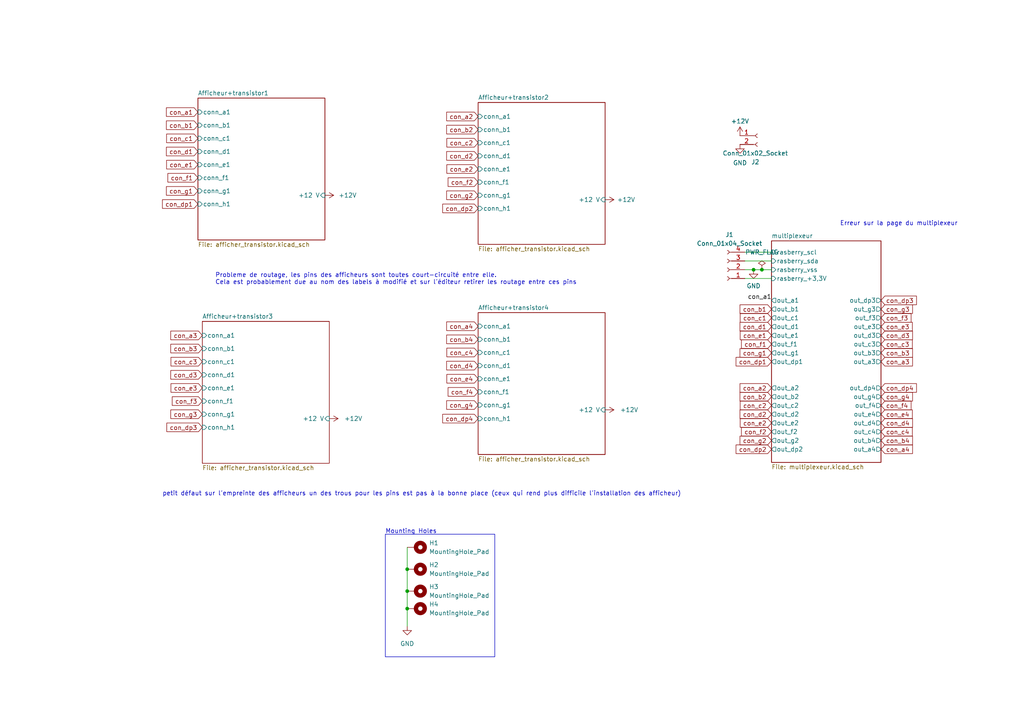
<source format=kicad_sch>
(kicad_sch (version 20230121) (generator eeschema)

  (uuid 7abbd530-c267-48d4-8b79-c30610b5de3c)

  (paper "A4")

  (title_block
    (title "controleur temps de parole")
    (company "ENSEA")
  )

  (lib_symbols
    (symbol "Connector:Conn_01x02_Socket" (pin_names (offset 1.016) hide) (in_bom yes) (on_board yes)
      (property "Reference" "J" (at 0 2.54 0)
        (effects (font (size 1.27 1.27)))
      )
      (property "Value" "Conn_01x02_Socket" (at 0 -5.08 0)
        (effects (font (size 1.27 1.27)))
      )
      (property "Footprint" "" (at 0 0 0)
        (effects (font (size 1.27 1.27)) hide)
      )
      (property "Datasheet" "~" (at 0 0 0)
        (effects (font (size 1.27 1.27)) hide)
      )
      (property "ki_locked" "" (at 0 0 0)
        (effects (font (size 1.27 1.27)))
      )
      (property "ki_keywords" "connector" (at 0 0 0)
        (effects (font (size 1.27 1.27)) hide)
      )
      (property "ki_description" "Generic connector, single row, 01x02, script generated" (at 0 0 0)
        (effects (font (size 1.27 1.27)) hide)
      )
      (property "ki_fp_filters" "Connector*:*_1x??_*" (at 0 0 0)
        (effects (font (size 1.27 1.27)) hide)
      )
      (symbol "Conn_01x02_Socket_1_1"
        (arc (start 0 -2.032) (mid -0.5058 -2.54) (end 0 -3.048)
          (stroke (width 0.1524) (type default))
          (fill (type none))
        )
        (polyline
          (pts
            (xy -1.27 -2.54)
            (xy -0.508 -2.54)
          )
          (stroke (width 0.1524) (type default))
          (fill (type none))
        )
        (polyline
          (pts
            (xy -1.27 0)
            (xy -0.508 0)
          )
          (stroke (width 0.1524) (type default))
          (fill (type none))
        )
        (arc (start 0 0.508) (mid -0.5058 0) (end 0 -0.508)
          (stroke (width 0.1524) (type default))
          (fill (type none))
        )
        (pin passive line (at -5.08 0 0) (length 3.81)
          (name "Pin_1" (effects (font (size 1.27 1.27))))
          (number "1" (effects (font (size 1.27 1.27))))
        )
        (pin passive line (at -5.08 -2.54 0) (length 3.81)
          (name "Pin_2" (effects (font (size 1.27 1.27))))
          (number "2" (effects (font (size 1.27 1.27))))
        )
      )
    )
    (symbol "Connector:Conn_01x04_Socket" (pin_names (offset 1.016) hide) (in_bom yes) (on_board yes)
      (property "Reference" "J" (at 0 5.08 0)
        (effects (font (size 1.27 1.27)))
      )
      (property "Value" "Conn_01x04_Socket" (at 0 -7.62 0)
        (effects (font (size 1.27 1.27)))
      )
      (property "Footprint" "" (at 0 0 0)
        (effects (font (size 1.27 1.27)) hide)
      )
      (property "Datasheet" "~" (at 0 0 0)
        (effects (font (size 1.27 1.27)) hide)
      )
      (property "ki_locked" "" (at 0 0 0)
        (effects (font (size 1.27 1.27)))
      )
      (property "ki_keywords" "connector" (at 0 0 0)
        (effects (font (size 1.27 1.27)) hide)
      )
      (property "ki_description" "Generic connector, single row, 01x04, script generated" (at 0 0 0)
        (effects (font (size 1.27 1.27)) hide)
      )
      (property "ki_fp_filters" "Connector*:*_1x??_*" (at 0 0 0)
        (effects (font (size 1.27 1.27)) hide)
      )
      (symbol "Conn_01x04_Socket_1_1"
        (arc (start 0 -4.572) (mid -0.5058 -5.08) (end 0 -5.588)
          (stroke (width 0.1524) (type default))
          (fill (type none))
        )
        (arc (start 0 -2.032) (mid -0.5058 -2.54) (end 0 -3.048)
          (stroke (width 0.1524) (type default))
          (fill (type none))
        )
        (polyline
          (pts
            (xy -1.27 -5.08)
            (xy -0.508 -5.08)
          )
          (stroke (width 0.1524) (type default))
          (fill (type none))
        )
        (polyline
          (pts
            (xy -1.27 -2.54)
            (xy -0.508 -2.54)
          )
          (stroke (width 0.1524) (type default))
          (fill (type none))
        )
        (polyline
          (pts
            (xy -1.27 0)
            (xy -0.508 0)
          )
          (stroke (width 0.1524) (type default))
          (fill (type none))
        )
        (polyline
          (pts
            (xy -1.27 2.54)
            (xy -0.508 2.54)
          )
          (stroke (width 0.1524) (type default))
          (fill (type none))
        )
        (arc (start 0 0.508) (mid -0.5058 0) (end 0 -0.508)
          (stroke (width 0.1524) (type default))
          (fill (type none))
        )
        (arc (start 0 3.048) (mid -0.5058 2.54) (end 0 2.032)
          (stroke (width 0.1524) (type default))
          (fill (type none))
        )
        (pin passive line (at -5.08 2.54 0) (length 3.81)
          (name "Pin_1" (effects (font (size 1.27 1.27))))
          (number "1" (effects (font (size 1.27 1.27))))
        )
        (pin passive line (at -5.08 0 0) (length 3.81)
          (name "Pin_2" (effects (font (size 1.27 1.27))))
          (number "2" (effects (font (size 1.27 1.27))))
        )
        (pin passive line (at -5.08 -2.54 0) (length 3.81)
          (name "Pin_3" (effects (font (size 1.27 1.27))))
          (number "3" (effects (font (size 1.27 1.27))))
        )
        (pin passive line (at -5.08 -5.08 0) (length 3.81)
          (name "Pin_4" (effects (font (size 1.27 1.27))))
          (number "4" (effects (font (size 1.27 1.27))))
        )
      )
    )
    (symbol "Mechanical:MountingHole_Pad" (pin_numbers hide) (pin_names (offset 1.016) hide) (in_bom yes) (on_board yes)
      (property "Reference" "H" (at 0 6.35 0)
        (effects (font (size 1.27 1.27)))
      )
      (property "Value" "MountingHole_Pad" (at 0 4.445 0)
        (effects (font (size 1.27 1.27)))
      )
      (property "Footprint" "" (at 0 0 0)
        (effects (font (size 1.27 1.27)) hide)
      )
      (property "Datasheet" "~" (at 0 0 0)
        (effects (font (size 1.27 1.27)) hide)
      )
      (property "ki_keywords" "mounting hole" (at 0 0 0)
        (effects (font (size 1.27 1.27)) hide)
      )
      (property "ki_description" "Mounting Hole with connection" (at 0 0 0)
        (effects (font (size 1.27 1.27)) hide)
      )
      (property "ki_fp_filters" "MountingHole*Pad*" (at 0 0 0)
        (effects (font (size 1.27 1.27)) hide)
      )
      (symbol "MountingHole_Pad_0_1"
        (circle (center 0 1.27) (radius 1.27)
          (stroke (width 1.27) (type default))
          (fill (type none))
        )
      )
      (symbol "MountingHole_Pad_1_1"
        (pin input line (at 0 -2.54 90) (length 2.54)
          (name "1" (effects (font (size 1.27 1.27))))
          (number "1" (effects (font (size 1.27 1.27))))
        )
      )
    )
    (symbol "power:+12V" (power) (pin_names (offset 0)) (in_bom yes) (on_board yes)
      (property "Reference" "#PWR" (at 0 -3.81 0)
        (effects (font (size 1.27 1.27)) hide)
      )
      (property "Value" "+12V" (at 0 3.556 0)
        (effects (font (size 1.27 1.27)))
      )
      (property "Footprint" "" (at 0 0 0)
        (effects (font (size 1.27 1.27)) hide)
      )
      (property "Datasheet" "" (at 0 0 0)
        (effects (font (size 1.27 1.27)) hide)
      )
      (property "ki_keywords" "global power" (at 0 0 0)
        (effects (font (size 1.27 1.27)) hide)
      )
      (property "ki_description" "Power symbol creates a global label with name \"+12V\"" (at 0 0 0)
        (effects (font (size 1.27 1.27)) hide)
      )
      (symbol "+12V_0_1"
        (polyline
          (pts
            (xy -0.762 1.27)
            (xy 0 2.54)
          )
          (stroke (width 0) (type default))
          (fill (type none))
        )
        (polyline
          (pts
            (xy 0 0)
            (xy 0 2.54)
          )
          (stroke (width 0) (type default))
          (fill (type none))
        )
        (polyline
          (pts
            (xy 0 2.54)
            (xy 0.762 1.27)
          )
          (stroke (width 0) (type default))
          (fill (type none))
        )
      )
      (symbol "+12V_1_1"
        (pin power_in line (at 0 0 90) (length 0) hide
          (name "+12V" (effects (font (size 1.27 1.27))))
          (number "1" (effects (font (size 1.27 1.27))))
        )
      )
    )
    (symbol "power:GND" (power) (pin_names (offset 0)) (in_bom yes) (on_board yes)
      (property "Reference" "#PWR" (at 0 -6.35 0)
        (effects (font (size 1.27 1.27)) hide)
      )
      (property "Value" "GND" (at 0 -3.81 0)
        (effects (font (size 1.27 1.27)))
      )
      (property "Footprint" "" (at 0 0 0)
        (effects (font (size 1.27 1.27)) hide)
      )
      (property "Datasheet" "" (at 0 0 0)
        (effects (font (size 1.27 1.27)) hide)
      )
      (property "ki_keywords" "global power" (at 0 0 0)
        (effects (font (size 1.27 1.27)) hide)
      )
      (property "ki_description" "Power symbol creates a global label with name \"GND\" , ground" (at 0 0 0)
        (effects (font (size 1.27 1.27)) hide)
      )
      (symbol "GND_0_1"
        (polyline
          (pts
            (xy 0 0)
            (xy 0 -1.27)
            (xy 1.27 -1.27)
            (xy 0 -2.54)
            (xy -1.27 -1.27)
            (xy 0 -1.27)
          )
          (stroke (width 0) (type default))
          (fill (type none))
        )
      )
      (symbol "GND_1_1"
        (pin power_in line (at 0 0 270) (length 0) hide
          (name "GND" (effects (font (size 1.27 1.27))))
          (number "1" (effects (font (size 1.27 1.27))))
        )
      )
    )
    (symbol "power:PWR_FLAG" (power) (pin_numbers hide) (pin_names (offset 0) hide) (in_bom yes) (on_board yes)
      (property "Reference" "#FLG" (at 0 1.905 0)
        (effects (font (size 1.27 1.27)) hide)
      )
      (property "Value" "PWR_FLAG" (at 0 3.81 0)
        (effects (font (size 1.27 1.27)))
      )
      (property "Footprint" "" (at 0 0 0)
        (effects (font (size 1.27 1.27)) hide)
      )
      (property "Datasheet" "~" (at 0 0 0)
        (effects (font (size 1.27 1.27)) hide)
      )
      (property "ki_keywords" "flag power" (at 0 0 0)
        (effects (font (size 1.27 1.27)) hide)
      )
      (property "ki_description" "Special symbol for telling ERC where power comes from" (at 0 0 0)
        (effects (font (size 1.27 1.27)) hide)
      )
      (symbol "PWR_FLAG_0_0"
        (pin power_out line (at 0 0 90) (length 0)
          (name "pwr" (effects (font (size 1.27 1.27))))
          (number "1" (effects (font (size 1.27 1.27))))
        )
      )
      (symbol "PWR_FLAG_0_1"
        (polyline
          (pts
            (xy 0 0)
            (xy 0 1.27)
            (xy -1.016 1.905)
            (xy 0 2.54)
            (xy 1.016 1.905)
            (xy 0 1.27)
          )
          (stroke (width 0) (type default))
          (fill (type none))
        )
      )
    )
  )

  (junction (at 220.98 78.232) (diameter 0) (color 0 0 0 0)
    (uuid 0b8ebb8a-f119-4b90-9209-85b422c61b28)
  )
  (junction (at 218.567 78.232) (diameter 0) (color 0 0 0 0)
    (uuid 2f81b071-8ad7-41f9-9c14-9ec08d0e4e94)
  )
  (junction (at 118.11 165.1) (diameter 0) (color 0 0 0 0)
    (uuid 694f81b2-9764-4de5-9da6-be0973586b83)
  )
  (junction (at 118.11 176.53) (diameter 0) (color 0 0 0 0)
    (uuid aa07ea9c-fad0-48f9-89b9-9c46bbf77e10)
  )
  (junction (at 118.11 171.45) (diameter 0) (color 0 0 0 0)
    (uuid d89dca6e-8f1d-4eb8-a35d-eda2112a7d9d)
  )

  (wire (pts (xy 216.027 73.152) (xy 223.774 73.152))
    (stroke (width 0) (type default))
    (uuid 04647e5f-2d91-4d20-8f4a-f2797a80ae47)
  )
  (wire (pts (xy 216.027 80.772) (xy 223.774 80.772))
    (stroke (width 0) (type default))
    (uuid 54b80483-adcd-4eb7-8784-973e6e588d47)
  )
  (wire (pts (xy 216.027 78.232) (xy 218.567 78.232))
    (stroke (width 0) (type default))
    (uuid 633d5129-a771-47b5-a7c7-e1483ca83090)
  )
  (wire (pts (xy 220.98 78.232) (xy 223.774 78.232))
    (stroke (width 0) (type default))
    (uuid 6f2663ff-9cd9-4eee-9b1e-cb1e5190c47f)
  )
  (wire (pts (xy 118.11 171.45) (xy 118.11 176.53))
    (stroke (width 0) (type default))
    (uuid 7d91968f-aed3-4164-8533-389a8aa85c4f)
  )
  (wire (pts (xy 118.11 165.1) (xy 118.11 171.45))
    (stroke (width 0) (type default))
    (uuid 8511e52b-d806-4b37-a6a8-60e2781824b4)
  )
  (wire (pts (xy 216.027 75.692) (xy 223.774 75.692))
    (stroke (width 0) (type default))
    (uuid 8dd4f869-3d46-4fee-9d0e-86a03731901f)
  )
  (wire (pts (xy 118.11 176.53) (xy 118.11 181.61))
    (stroke (width 0) (type default))
    (uuid 91d557ee-e7b8-452a-b063-71a4eea9612b)
  )
  (wire (pts (xy 118.11 158.75) (xy 118.11 165.1))
    (stroke (width 0) (type default))
    (uuid db25c2fd-3d18-45fd-b60d-de0b3563b687)
  )
  (wire (pts (xy 218.567 78.232) (xy 220.98 78.232))
    (stroke (width 0) (type default))
    (uuid e756b0c3-ac14-4590-923c-3b9e51bacb5a)
  )

  (rectangle (start 111.76 154.94) (end 143.51 190.5)
    (stroke (width 0) (type default))
    (fill (type none))
    (uuid 7d10474f-f31a-41a7-a65b-40e465baf2e0)
  )

  (text "petit défaut sur l'empreinte des afficheurs un des trous pour les pins est pas à la bonne place (ceux qui rend plus difficile l'installation des afficheur)"
    (at 47.0916 143.9926 0)
    (effects (font (size 1.27 1.27)) (justify left bottom))
    (uuid 13e4d248-f7af-4d05-bf2d-007a527e6894)
  )
  (text "Probleme de routage, les pins des afficheurs sont toutes court-circuité entre elle.\nCela est probablement due au nom des labels à modifié et sur l'éditeur retirer les routage entre ces pins"
    (at 62.4078 82.7024 0)
    (effects (font (size 1.27 1.27)) (justify left bottom))
    (uuid 1633ff8c-ae14-46ba-a015-00cf358ca8f5)
  )
  (text "Mounting Holes" (at 111.76 154.94 0)
    (effects (font (size 1.27 1.27)) (justify left bottom))
    (uuid 2a77e6ee-7ad8-4f6b-9f44-978e2acc5c0b)
  )
  (text "Erreur sur la page du multiplexeur" (at 243.6114 65.6336 0)
    (effects (font (size 1.27 1.27)) (justify left bottom))
    (uuid af118d5f-ac3e-40b8-a768-5de357694caa)
  )

  (label "con_a1" (at 223.774 87.122 180) (fields_autoplaced)
    (effects (font (size 1.27 1.27)) (justify right bottom))
    (uuid 6316aa1d-a4ff-43c9-bfa2-f457b6f0c477)
  )

  (global_label "con_c1" (shape input) (at 223.774 92.202 180) (fields_autoplaced)
    (effects (font (size 1.27 1.27)) (justify right))
    (uuid 0462a217-51a5-45a6-8f95-eef33c56bd14)
    (property "Intersheetrefs" "${INTERSHEET_REFS}" (at 214.1365 92.202 0)
      (effects (font (size 1.27 1.27)) (justify right) hide)
    )
  )
  (global_label "con_dp4" (shape input) (at 255.524 112.522 0) (fields_autoplaced)
    (effects (font (size 1.27 1.27)) (justify left))
    (uuid 05ca8cc0-93c9-45d3-bbc4-c37f77217226)
    (property "Intersheetrefs" "${INTERSHEET_REFS}" (at 266.3709 112.522 0)
      (effects (font (size 1.27 1.27)) (justify left) hide)
    )
  )
  (global_label "con_g3" (shape input) (at 58.674 120.142 180) (fields_autoplaced)
    (effects (font (size 1.27 1.27)) (justify right))
    (uuid 0dd7b9de-aa05-4708-b771-549f2223dacd)
    (property "Intersheetrefs" "${INTERSHEET_REFS}" (at 48.9761 120.142 0)
      (effects (font (size 1.27 1.27)) (justify right) hide)
    )
  )
  (global_label "con_dp2" (shape input) (at 138.684 60.452 180) (fields_autoplaced)
    (effects (font (size 1.27 1.27)) (justify right))
    (uuid 0f605ec4-6d27-40d0-aa5b-50d74ca0680e)
    (property "Intersheetrefs" "${INTERSHEET_REFS}" (at 127.8371 60.452 0)
      (effects (font (size 1.27 1.27)) (justify right) hide)
    )
  )
  (global_label "con_d2" (shape input) (at 138.684 45.212 180) (fields_autoplaced)
    (effects (font (size 1.27 1.27)) (justify right))
    (uuid 115ebf5e-f5c5-4673-af44-eb5c1faec8b2)
    (property "Intersheetrefs" "${INTERSHEET_REFS}" (at 128.9861 45.212 0)
      (effects (font (size 1.27 1.27)) (justify right) hide)
    )
  )
  (global_label "con_b3" (shape input) (at 58.674 101.092 180) (fields_autoplaced)
    (effects (font (size 1.27 1.27)) (justify right))
    (uuid 1bfbb8b1-d1f9-400d-a3fa-a4a2301682ac)
    (property "Intersheetrefs" "${INTERSHEET_REFS}" (at 48.9761 101.092 0)
      (effects (font (size 1.27 1.27)) (justify right) hide)
    )
  )
  (global_label "con_b4" (shape input) (at 255.524 127.762 0) (fields_autoplaced)
    (effects (font (size 1.27 1.27)) (justify left))
    (uuid 20071e0b-4d00-4a1e-9a49-6ac5a122315c)
    (property "Intersheetrefs" "${INTERSHEET_REFS}" (at 265.2219 127.762 0)
      (effects (font (size 1.27 1.27)) (justify left) hide)
    )
  )
  (global_label "con_c2" (shape input) (at 223.774 117.602 180) (fields_autoplaced)
    (effects (font (size 1.27 1.27)) (justify right))
    (uuid 226eef06-acf6-4422-b759-ddf32bea1d1d)
    (property "Intersheetrefs" "${INTERSHEET_REFS}" (at 214.1365 117.602 0)
      (effects (font (size 1.27 1.27)) (justify right) hide)
    )
  )
  (global_label "con_f2" (shape input) (at 223.774 125.222 180) (fields_autoplaced)
    (effects (font (size 1.27 1.27)) (justify right))
    (uuid 24f3595e-00f0-4682-9653-dbe6f118b472)
    (property "Intersheetrefs" "${INTERSHEET_REFS}" (at 214.4994 125.222 0)
      (effects (font (size 1.27 1.27)) (justify right) hide)
    )
  )
  (global_label "con_f3" (shape input) (at 58.674 116.332 180) (fields_autoplaced)
    (effects (font (size 1.27 1.27)) (justify right))
    (uuid 261e1436-dc83-4b7e-b05d-c65ace1acdc3)
    (property "Intersheetrefs" "${INTERSHEET_REFS}" (at 49.3994 116.332 0)
      (effects (font (size 1.27 1.27)) (justify right) hide)
    )
  )
  (global_label "con_dp3" (shape input) (at 255.524 87.122 0) (fields_autoplaced)
    (effects (font (size 1.27 1.27)) (justify left))
    (uuid 277aa53f-5821-4200-b50d-7a91fa1599b1)
    (property "Intersheetrefs" "${INTERSHEET_REFS}" (at 266.3709 87.122 0)
      (effects (font (size 1.27 1.27)) (justify left) hide)
    )
  )
  (global_label "con_d4" (shape input) (at 138.684 106.045 180) (fields_autoplaced)
    (effects (font (size 1.27 1.27)) (justify right))
    (uuid 27b204be-46b6-49e3-9ff9-c78b9813a471)
    (property "Intersheetrefs" "${INTERSHEET_REFS}" (at 128.9861 106.045 0)
      (effects (font (size 1.27 1.27)) (justify right) hide)
    )
  )
  (global_label "con_b2" (shape input) (at 138.684 37.592 180) (fields_autoplaced)
    (effects (font (size 1.27 1.27)) (justify right))
    (uuid 2a15d354-4c90-495b-b3ca-614899a3d587)
    (property "Intersheetrefs" "${INTERSHEET_REFS}" (at 128.9861 37.592 0)
      (effects (font (size 1.27 1.27)) (justify right) hide)
    )
  )
  (global_label "con_d1" (shape input) (at 57.404 43.942 180) (fields_autoplaced)
    (effects (font (size 1.27 1.27)) (justify right))
    (uuid 2d4876a0-859a-47ab-a4c5-f76cdc2ec390)
    (property "Intersheetrefs" "${INTERSHEET_REFS}" (at 47.7061 43.942 0)
      (effects (font (size 1.27 1.27)) (justify right) hide)
    )
  )
  (global_label "con_b2" (shape input) (at 223.774 115.062 180) (fields_autoplaced)
    (effects (font (size 1.27 1.27)) (justify right))
    (uuid 3008f235-d5da-4330-92ea-01cc734a9689)
    (property "Intersheetrefs" "${INTERSHEET_REFS}" (at 214.0761 115.062 0)
      (effects (font (size 1.27 1.27)) (justify right) hide)
    )
  )
  (global_label "con_a1" (shape input) (at 57.404 32.512 180) (fields_autoplaced)
    (effects (font (size 1.27 1.27)) (justify right))
    (uuid 3418a2da-2e64-4fde-bc64-29d4bd56a423)
    (property "Intersheetrefs" "${INTERSHEET_REFS}" (at 47.7061 32.512 0)
      (effects (font (size 1.27 1.27)) (justify right) hide)
    )
  )
  (global_label "con_f3" (shape input) (at 255.524 92.202 0) (fields_autoplaced)
    (effects (font (size 1.27 1.27)) (justify left))
    (uuid 35962c9a-42c9-4925-936e-407540d1303e)
    (property "Intersheetrefs" "${INTERSHEET_REFS}" (at 264.7986 92.202 0)
      (effects (font (size 1.27 1.27)) (justify left) hide)
    )
  )
  (global_label "con_f2" (shape input) (at 138.684 52.832 180) (fields_autoplaced)
    (effects (font (size 1.27 1.27)) (justify right))
    (uuid 3824f97f-321e-40e4-8a36-17275f9bb778)
    (property "Intersheetrefs" "${INTERSHEET_REFS}" (at 129.4094 52.832 0)
      (effects (font (size 1.27 1.27)) (justify right) hide)
    )
  )
  (global_label "con_d4" (shape input) (at 255.524 122.682 0) (fields_autoplaced)
    (effects (font (size 1.27 1.27)) (justify left))
    (uuid 3a3a9fb9-a390-457d-84ff-e90839ad7bb9)
    (property "Intersheetrefs" "${INTERSHEET_REFS}" (at 265.2219 122.682 0)
      (effects (font (size 1.27 1.27)) (justify left) hide)
    )
  )
  (global_label "con_e1" (shape input) (at 223.774 97.282 180) (fields_autoplaced)
    (effects (font (size 1.27 1.27)) (justify right))
    (uuid 3d921668-fe59-400e-be0f-2b2f8cc183a0)
    (property "Intersheetrefs" "${INTERSHEET_REFS}" (at 214.1365 97.282 0)
      (effects (font (size 1.27 1.27)) (justify right) hide)
    )
  )
  (global_label "con_c1" (shape input) (at 57.404 40.132 180) (fields_autoplaced)
    (effects (font (size 1.27 1.27)) (justify right))
    (uuid 41de5978-3df4-4a81-a70d-29900f7f4818)
    (property "Intersheetrefs" "${INTERSHEET_REFS}" (at 47.7665 40.132 0)
      (effects (font (size 1.27 1.27)) (justify right) hide)
    )
  )
  (global_label "con_g4" (shape input) (at 255.524 115.062 0) (fields_autoplaced)
    (effects (font (size 1.27 1.27)) (justify left))
    (uuid 42634974-9997-4358-90b4-bcce38fb2014)
    (property "Intersheetrefs" "${INTERSHEET_REFS}" (at 265.2219 115.062 0)
      (effects (font (size 1.27 1.27)) (justify left) hide)
    )
  )
  (global_label "con_f1" (shape input) (at 57.404 51.562 180) (fields_autoplaced)
    (effects (font (size 1.27 1.27)) (justify right))
    (uuid 4417e809-f905-4954-b314-b2fa44e78489)
    (property "Intersheetrefs" "${INTERSHEET_REFS}" (at 48.1294 51.562 0)
      (effects (font (size 1.27 1.27)) (justify right) hide)
    )
  )
  (global_label "con_d3" (shape input) (at 255.524 97.282 0) (fields_autoplaced)
    (effects (font (size 1.27 1.27)) (justify left))
    (uuid 4636dc6c-0ba2-4cde-8428-182aaffcd589)
    (property "Intersheetrefs" "${INTERSHEET_REFS}" (at 265.2219 97.282 0)
      (effects (font (size 1.27 1.27)) (justify left) hide)
    )
  )
  (global_label "con_g2" (shape input) (at 223.774 127.762 180) (fields_autoplaced)
    (effects (font (size 1.27 1.27)) (justify right))
    (uuid 4bf03d34-ef95-4111-ae1c-7fb051d805b7)
    (property "Intersheetrefs" "${INTERSHEET_REFS}" (at 214.0761 127.762 0)
      (effects (font (size 1.27 1.27)) (justify right) hide)
    )
  )
  (global_label "con_b3" (shape input) (at 255.524 102.362 0) (fields_autoplaced)
    (effects (font (size 1.27 1.27)) (justify left))
    (uuid 4dfe2b3e-9602-422d-905e-be052ec24efa)
    (property "Intersheetrefs" "${INTERSHEET_REFS}" (at 265.2219 102.362 0)
      (effects (font (size 1.27 1.27)) (justify left) hide)
    )
  )
  (global_label "con_d2" (shape input) (at 223.774 120.142 180) (fields_autoplaced)
    (effects (font (size 1.27 1.27)) (justify right))
    (uuid 56a8be2f-28c3-477b-b345-a9f70207340f)
    (property "Intersheetrefs" "${INTERSHEET_REFS}" (at 214.0761 120.142 0)
      (effects (font (size 1.27 1.27)) (justify right) hide)
    )
  )
  (global_label "con_e3" (shape input) (at 58.674 112.522 180) (fields_autoplaced)
    (effects (font (size 1.27 1.27)) (justify right))
    (uuid 70d70204-10ea-4026-96bc-8171b7d9c138)
    (property "Intersheetrefs" "${INTERSHEET_REFS}" (at 49.0365 112.522 0)
      (effects (font (size 1.27 1.27)) (justify right) hide)
    )
  )
  (global_label "con_c4" (shape input) (at 138.684 102.235 180) (fields_autoplaced)
    (effects (font (size 1.27 1.27)) (justify right))
    (uuid 72417c08-d6ad-4aed-9b5c-7a066a5991fe)
    (property "Intersheetrefs" "${INTERSHEET_REFS}" (at 129.0465 102.235 0)
      (effects (font (size 1.27 1.27)) (justify right) hide)
    )
  )
  (global_label "con_b1" (shape input) (at 57.404 36.322 180) (fields_autoplaced)
    (effects (font (size 1.27 1.27)) (justify right))
    (uuid 7fdbfaee-676b-429b-a95b-312b518832b1)
    (property "Intersheetrefs" "${INTERSHEET_REFS}" (at 47.7061 36.322 0)
      (effects (font (size 1.27 1.27)) (justify right) hide)
    )
  )
  (global_label "con_a3" (shape input) (at 255.524 104.902 0) (fields_autoplaced)
    (effects (font (size 1.27 1.27)) (justify left))
    (uuid 824952d5-f22f-42a2-8a79-929867ee249b)
    (property "Intersheetrefs" "${INTERSHEET_REFS}" (at 265.2219 104.902 0)
      (effects (font (size 1.27 1.27)) (justify left) hide)
    )
  )
  (global_label "con_e2" (shape input) (at 138.684 49.022 180) (fields_autoplaced)
    (effects (font (size 1.27 1.27)) (justify right))
    (uuid 8dc8ff13-332c-4a82-8803-16ebebcdf010)
    (property "Intersheetrefs" "${INTERSHEET_REFS}" (at 129.0465 49.022 0)
      (effects (font (size 1.27 1.27)) (justify right) hide)
    )
  )
  (global_label "con_g1" (shape input) (at 223.774 102.362 180) (fields_autoplaced)
    (effects (font (size 1.27 1.27)) (justify right))
    (uuid 8ddfd103-df66-4999-8709-2f4084633fc0)
    (property "Intersheetrefs" "${INTERSHEET_REFS}" (at 214.0761 102.362 0)
      (effects (font (size 1.27 1.27)) (justify right) hide)
    )
  )
  (global_label "con_dp1" (shape input) (at 223.774 104.902 180) (fields_autoplaced)
    (effects (font (size 1.27 1.27)) (justify right))
    (uuid 9d36ae99-e0dd-404f-b08e-65ccb21caed9)
    (property "Intersheetrefs" "${INTERSHEET_REFS}" (at 212.9271 104.902 0)
      (effects (font (size 1.27 1.27)) (justify right) hide)
    )
  )
  (global_label "con_dp1" (shape input) (at 57.404 59.182 180) (fields_autoplaced)
    (effects (font (size 1.27 1.27)) (justify right))
    (uuid aa9013d4-fa1c-4e30-adff-22cda093f3f7)
    (property "Intersheetrefs" "${INTERSHEET_REFS}" (at 46.5571 59.182 0)
      (effects (font (size 1.27 1.27)) (justify right) hide)
    )
  )
  (global_label "con_f4" (shape input) (at 255.524 117.602 0) (fields_autoplaced)
    (effects (font (size 1.27 1.27)) (justify left))
    (uuid adfa28ea-11b8-4215-9d49-fb15db6f0623)
    (property "Intersheetrefs" "${INTERSHEET_REFS}" (at 264.7986 117.602 0)
      (effects (font (size 1.27 1.27)) (justify left) hide)
    )
  )
  (global_label "con_e4" (shape input) (at 255.524 120.142 0) (fields_autoplaced)
    (effects (font (size 1.27 1.27)) (justify left))
    (uuid ae248735-7096-47ba-9458-0b8644d0ffe6)
    (property "Intersheetrefs" "${INTERSHEET_REFS}" (at 265.1615 120.142 0)
      (effects (font (size 1.27 1.27)) (justify left) hide)
    )
  )
  (global_label "con_g4" (shape input) (at 138.684 117.475 180) (fields_autoplaced)
    (effects (font (size 1.27 1.27)) (justify right))
    (uuid ae344767-513a-40a3-9a44-810b5f514e8f)
    (property "Intersheetrefs" "${INTERSHEET_REFS}" (at 128.9861 117.475 0)
      (effects (font (size 1.27 1.27)) (justify right) hide)
    )
  )
  (global_label "con_e3" (shape input) (at 255.524 94.742 0) (fields_autoplaced)
    (effects (font (size 1.27 1.27)) (justify left))
    (uuid afb547b0-fe61-4cfe-a4d6-857e83272527)
    (property "Intersheetrefs" "${INTERSHEET_REFS}" (at 265.1615 94.742 0)
      (effects (font (size 1.27 1.27)) (justify left) hide)
    )
  )
  (global_label "con_g1" (shape input) (at 57.404 55.372 180) (fields_autoplaced)
    (effects (font (size 1.27 1.27)) (justify right))
    (uuid b0de42e7-270b-4468-81af-faa8346e8c58)
    (property "Intersheetrefs" "${INTERSHEET_REFS}" (at 47.7061 55.372 0)
      (effects (font (size 1.27 1.27)) (justify right) hide)
    )
  )
  (global_label "con_a2" (shape input) (at 223.774 112.522 180) (fields_autoplaced)
    (effects (font (size 1.27 1.27)) (justify right))
    (uuid b832830e-2d93-45c8-a886-0418561b2914)
    (property "Intersheetrefs" "${INTERSHEET_REFS}" (at 214.0761 112.522 0)
      (effects (font (size 1.27 1.27)) (justify right) hide)
    )
  )
  (global_label "con_dp2" (shape input) (at 223.774 130.302 180) (fields_autoplaced)
    (effects (font (size 1.27 1.27)) (justify right))
    (uuid c2375e9b-03ef-4c8e-911c-ab6d94aac5dd)
    (property "Intersheetrefs" "${INTERSHEET_REFS}" (at 212.9271 130.302 0)
      (effects (font (size 1.27 1.27)) (justify right) hide)
    )
  )
  (global_label "con_a4" (shape input) (at 138.684 94.615 180) (fields_autoplaced)
    (effects (font (size 1.27 1.27)) (justify right))
    (uuid c2bcab1c-dc22-4477-97a3-a69f98ea8db9)
    (property "Intersheetrefs" "${INTERSHEET_REFS}" (at 128.9861 94.615 0)
      (effects (font (size 1.27 1.27)) (justify right) hide)
    )
  )
  (global_label "con_b4" (shape input) (at 138.684 98.425 180) (fields_autoplaced)
    (effects (font (size 1.27 1.27)) (justify right))
    (uuid c30f824f-7327-48f6-a20a-e1db02369a9b)
    (property "Intersheetrefs" "${INTERSHEET_REFS}" (at 128.9861 98.425 0)
      (effects (font (size 1.27 1.27)) (justify right) hide)
    )
  )
  (global_label "con_c3" (shape input) (at 58.674 104.902 180) (fields_autoplaced)
    (effects (font (size 1.27 1.27)) (justify right))
    (uuid c87be51b-9649-4d91-9a1a-83f2a4e2f881)
    (property "Intersheetrefs" "${INTERSHEET_REFS}" (at 49.0365 104.902 0)
      (effects (font (size 1.27 1.27)) (justify right) hide)
    )
  )
  (global_label "con_c2" (shape input) (at 138.684 41.402 180) (fields_autoplaced)
    (effects (font (size 1.27 1.27)) (justify right))
    (uuid cbd6747d-cd63-4f7c-ac0e-ceb2b3110d68)
    (property "Intersheetrefs" "${INTERSHEET_REFS}" (at 129.0465 41.402 0)
      (effects (font (size 1.27 1.27)) (justify right) hide)
    )
  )
  (global_label "con_c4" (shape input) (at 255.524 125.222 0) (fields_autoplaced)
    (effects (font (size 1.27 1.27)) (justify left))
    (uuid ccc3e22d-9033-4cc4-b0a0-a2b13078097c)
    (property "Intersheetrefs" "${INTERSHEET_REFS}" (at 265.1615 125.222 0)
      (effects (font (size 1.27 1.27)) (justify left) hide)
    )
  )
  (global_label "con_g2" (shape input) (at 138.684 56.642 180) (fields_autoplaced)
    (effects (font (size 1.27 1.27)) (justify right))
    (uuid cf6f4769-0abe-4f85-8fff-8f3f0db2eaf7)
    (property "Intersheetrefs" "${INTERSHEET_REFS}" (at 128.9861 56.642 0)
      (effects (font (size 1.27 1.27)) (justify right) hide)
    )
  )
  (global_label "con_e4" (shape input) (at 138.684 109.855 180) (fields_autoplaced)
    (effects (font (size 1.27 1.27)) (justify right))
    (uuid d0852a20-c6df-4eb4-ae16-23bb0df0b5c8)
    (property "Intersheetrefs" "${INTERSHEET_REFS}" (at 129.0465 109.855 0)
      (effects (font (size 1.27 1.27)) (justify right) hide)
    )
  )
  (global_label "con_c3" (shape input) (at 255.524 99.822 0) (fields_autoplaced)
    (effects (font (size 1.27 1.27)) (justify left))
    (uuid dde7eb97-edb4-4756-9651-415cabbceaec)
    (property "Intersheetrefs" "${INTERSHEET_REFS}" (at 265.1615 99.822 0)
      (effects (font (size 1.27 1.27)) (justify left) hide)
    )
  )
  (global_label "con_b1" (shape input) (at 223.774 89.662 180) (fields_autoplaced)
    (effects (font (size 1.27 1.27)) (justify right))
    (uuid e08ded47-04a3-4dac-8402-8d98c4cebb1e)
    (property "Intersheetrefs" "${INTERSHEET_REFS}" (at 214.0761 89.662 0)
      (effects (font (size 1.27 1.27)) (justify right) hide)
    )
  )
  (global_label "con_dp4" (shape input) (at 138.684 121.412 180) (fields_autoplaced)
    (effects (font (size 1.27 1.27)) (justify right))
    (uuid e1f577e3-6f8e-4d06-9ad8-2fa1f77f2b55)
    (property "Intersheetrefs" "${INTERSHEET_REFS}" (at 127.8371 121.412 0)
      (effects (font (size 1.27 1.27)) (justify right) hide)
    )
  )
  (global_label "con_a4" (shape input) (at 255.524 130.302 0) (fields_autoplaced)
    (effects (font (size 1.27 1.27)) (justify left))
    (uuid e68d38d3-cd18-48e7-a443-715ab8349620)
    (property "Intersheetrefs" "${INTERSHEET_REFS}" (at 265.2219 130.302 0)
      (effects (font (size 1.27 1.27)) (justify left) hide)
    )
  )
  (global_label "con_e2" (shape input) (at 223.774 122.682 180) (fields_autoplaced)
    (effects (font (size 1.27 1.27)) (justify right))
    (uuid e751da4f-5c64-4a43-9020-85cc57e06b68)
    (property "Intersheetrefs" "${INTERSHEET_REFS}" (at 214.1365 122.682 0)
      (effects (font (size 1.27 1.27)) (justify right) hide)
    )
  )
  (global_label "con_e1" (shape input) (at 57.404 47.752 180) (fields_autoplaced)
    (effects (font (size 1.27 1.27)) (justify right))
    (uuid e921de46-311c-4025-adec-cbd4bc8d3ec7)
    (property "Intersheetrefs" "${INTERSHEET_REFS}" (at 47.7665 47.752 0)
      (effects (font (size 1.27 1.27)) (justify right) hide)
    )
  )
  (global_label "con_a2" (shape input) (at 138.684 33.782 180) (fields_autoplaced)
    (effects (font (size 1.27 1.27)) (justify right))
    (uuid edb145aa-e41a-4f6d-89ab-680a2dcf1efc)
    (property "Intersheetrefs" "${INTERSHEET_REFS}" (at 128.9861 33.782 0)
      (effects (font (size 1.27 1.27)) (justify right) hide)
    )
  )
  (global_label "con_a3" (shape input) (at 58.674 97.282 180) (fields_autoplaced)
    (effects (font (size 1.27 1.27)) (justify right))
    (uuid edff808a-a85a-472f-8b7f-acbfea21a486)
    (property "Intersheetrefs" "${INTERSHEET_REFS}" (at 48.9761 97.282 0)
      (effects (font (size 1.27 1.27)) (justify right) hide)
    )
  )
  (global_label "con_d3" (shape input) (at 58.674 108.712 180) (fields_autoplaced)
    (effects (font (size 1.27 1.27)) (justify right))
    (uuid ee77b1aa-76ae-49c4-9e22-1dd0d7a6539b)
    (property "Intersheetrefs" "${INTERSHEET_REFS}" (at 48.9761 108.712 0)
      (effects (font (size 1.27 1.27)) (justify right) hide)
    )
  )
  (global_label "con_d1" (shape input) (at 223.774 94.742 180) (fields_autoplaced)
    (effects (font (size 1.27 1.27)) (justify right))
    (uuid f44c0ffc-530f-4822-b0ab-297816b8716c)
    (property "Intersheetrefs" "${INTERSHEET_REFS}" (at 214.0761 94.742 0)
      (effects (font (size 1.27 1.27)) (justify right) hide)
    )
  )
  (global_label "con_g3" (shape input) (at 255.524 89.662 0) (fields_autoplaced)
    (effects (font (size 1.27 1.27)) (justify left))
    (uuid f9a3c5c0-4f47-4dc7-83af-02e12cb53af7)
    (property "Intersheetrefs" "${INTERSHEET_REFS}" (at 265.2219 89.662 0)
      (effects (font (size 1.27 1.27)) (justify left) hide)
    )
  )
  (global_label "con_f1" (shape input) (at 223.774 99.822 180) (fields_autoplaced)
    (effects (font (size 1.27 1.27)) (justify right))
    (uuid fbc844e8-cd50-437f-9c72-3c115bef0efc)
    (property "Intersheetrefs" "${INTERSHEET_REFS}" (at 214.4994 99.822 0)
      (effects (font (size 1.27 1.27)) (justify right) hide)
    )
  )
  (global_label "con_dp3" (shape input) (at 58.674 123.952 180) (fields_autoplaced)
    (effects (font (size 1.27 1.27)) (justify right))
    (uuid fdd3ff02-7ae6-4d34-872a-46f25424cf98)
    (property "Intersheetrefs" "${INTERSHEET_REFS}" (at 47.8271 123.952 0)
      (effects (font (size 1.27 1.27)) (justify right) hide)
    )
  )
  (global_label "con_f4" (shape input) (at 138.684 113.665 180) (fields_autoplaced)
    (effects (font (size 1.27 1.27)) (justify right))
    (uuid ff4bf5c8-cc6d-4e36-ad0d-873f0d6fcdd3)
    (property "Intersheetrefs" "${INTERSHEET_REFS}" (at 129.4094 113.665 0)
      (effects (font (size 1.27 1.27)) (justify right) hide)
    )
  )

  (symbol (lib_id "power:+12V") (at 214.63 39.37 0) (unit 1)
    (in_bom yes) (on_board yes) (dnp no) (fields_autoplaced)
    (uuid 0cf54378-874d-4f84-8c38-51d99e8b95e3)
    (property "Reference" "#PWR05" (at 214.63 43.18 0)
      (effects (font (size 1.27 1.27)) hide)
    )
    (property "Value" "+12V" (at 214.63 35.1675 0)
      (effects (font (size 1.27 1.27)))
    )
    (property "Footprint" "" (at 214.63 39.37 0)
      (effects (font (size 1.27 1.27)) hide)
    )
    (property "Datasheet" "" (at 214.63 39.37 0)
      (effects (font (size 1.27 1.27)) hide)
    )
    (pin "1" (uuid ce43cb23-164c-4d24-bcfc-f91549d80c93))
    (instances
      (project "Afficheur7seg"
        (path "/7abbd530-c267-48d4-8b79-c30610b5de3c"
          (reference "#PWR05") (unit 1)
        )
      )
    )
  )

  (symbol (lib_id "power:GND") (at 118.11 181.61 0) (unit 1)
    (in_bom yes) (on_board yes) (dnp no) (fields_autoplaced)
    (uuid 16daebb9-d669-4b74-8441-009fb8f88b94)
    (property "Reference" "#PWR046" (at 118.11 187.96 0)
      (effects (font (size 1.27 1.27)) hide)
    )
    (property "Value" "GND" (at 118.11 186.69 0)
      (effects (font (size 1.27 1.27)))
    )
    (property "Footprint" "" (at 118.11 181.61 0)
      (effects (font (size 1.27 1.27)) hide)
    )
    (property "Datasheet" "" (at 118.11 181.61 0)
      (effects (font (size 1.27 1.27)) hide)
    )
    (pin "1" (uuid f316e40b-aa7d-492a-91bd-e48fc47f139e))
    (instances
      (project "Afficheur7seg"
        (path "/7abbd530-c267-48d4-8b79-c30610b5de3c"
          (reference "#PWR046") (unit 1)
        )
      )
    )
  )

  (symbol (lib_id "Mechanical:MountingHole_Pad") (at 120.65 171.45 270) (unit 1)
    (in_bom yes) (on_board yes) (dnp no) (fields_autoplaced)
    (uuid 17a3b354-cb76-49d2-8057-e8c171d906d4)
    (property "Reference" "H3" (at 124.46 170.18 90)
      (effects (font (size 1.27 1.27)) (justify left))
    )
    (property "Value" "MountingHole_Pad" (at 124.46 172.72 90)
      (effects (font (size 1.27 1.27)) (justify left))
    )
    (property "Footprint" "MountingHole:MountingHole_3.2mm_M3_DIN965_Pad" (at 120.65 171.45 0)
      (effects (font (size 1.27 1.27)) hide)
    )
    (property "Datasheet" "~" (at 120.65 171.45 0)
      (effects (font (size 1.27 1.27)) hide)
    )
    (pin "1" (uuid 6c4e3e05-a7fd-447d-b344-ae4a0ca90677))
    (instances
      (project "Afficheur7seg"
        (path "/7abbd530-c267-48d4-8b79-c30610b5de3c"
          (reference "H3") (unit 1)
        )
      )
    )
  )

  (symbol (lib_id "power:GND") (at 214.63 41.91 0) (unit 1)
    (in_bom yes) (on_board yes) (dnp no) (fields_autoplaced)
    (uuid 276fdd04-c9c4-4858-bb63-e5b48ce6fbe3)
    (property "Reference" "#PWR06" (at 214.63 48.26 0)
      (effects (font (size 1.27 1.27)) hide)
    )
    (property "Value" "GND" (at 214.63 47.244 0)
      (effects (font (size 1.27 1.27)))
    )
    (property "Footprint" "" (at 214.63 41.91 0)
      (effects (font (size 1.27 1.27)) hide)
    )
    (property "Datasheet" "" (at 214.63 41.91 0)
      (effects (font (size 1.27 1.27)) hide)
    )
    (pin "1" (uuid f86cea6d-b561-4df3-aca3-018b129da42f))
    (instances
      (project "Afficheur7seg"
        (path "/7abbd530-c267-48d4-8b79-c30610b5de3c"
          (reference "#PWR06") (unit 1)
        )
      )
    )
  )

  (symbol (lib_id "Mechanical:MountingHole_Pad") (at 120.65 158.75 270) (unit 1)
    (in_bom yes) (on_board yes) (dnp no) (fields_autoplaced)
    (uuid 376a62b9-fa0f-4638-b4d1-08c84be13e9b)
    (property "Reference" "H1" (at 124.46 157.48 90)
      (effects (font (size 1.27 1.27)) (justify left))
    )
    (property "Value" "MountingHole_Pad" (at 124.46 160.02 90)
      (effects (font (size 1.27 1.27)) (justify left))
    )
    (property "Footprint" "MountingHole:MountingHole_3.2mm_M3_DIN965_Pad" (at 120.65 158.75 0)
      (effects (font (size 1.27 1.27)) hide)
    )
    (property "Datasheet" "~" (at 120.65 158.75 0)
      (effects (font (size 1.27 1.27)) hide)
    )
    (pin "1" (uuid fea37cff-5e55-4b4f-a8ae-4069d1f507b9))
    (instances
      (project "Afficheur7seg"
        (path "/7abbd530-c267-48d4-8b79-c30610b5de3c"
          (reference "H1") (unit 1)
        )
      )
    )
  )

  (symbol (lib_id "Mechanical:MountingHole_Pad") (at 120.65 165.1 270) (unit 1)
    (in_bom yes) (on_board yes) (dnp no) (fields_autoplaced)
    (uuid 60b2c635-c406-4c2d-92e7-d17f383ef43b)
    (property "Reference" "H2" (at 124.46 163.83 90)
      (effects (font (size 1.27 1.27)) (justify left))
    )
    (property "Value" "MountingHole_Pad" (at 124.46 166.37 90)
      (effects (font (size 1.27 1.27)) (justify left))
    )
    (property "Footprint" "MountingHole:MountingHole_3.2mm_M3_DIN965_Pad" (at 120.65 165.1 0)
      (effects (font (size 1.27 1.27)) hide)
    )
    (property "Datasheet" "~" (at 120.65 165.1 0)
      (effects (font (size 1.27 1.27)) hide)
    )
    (pin "1" (uuid fb298cd5-3f16-4c68-abd7-70b729ac334d))
    (instances
      (project "Afficheur7seg"
        (path "/7abbd530-c267-48d4-8b79-c30610b5de3c"
          (reference "H2") (unit 1)
        )
      )
    )
  )

  (symbol (lib_id "Connector:Conn_01x02_Socket") (at 219.71 39.37 0) (unit 1)
    (in_bom yes) (on_board yes) (dnp no) (fields_autoplaced)
    (uuid 714269a1-a976-43e2-ac40-aaeaedc7f47c)
    (property "Reference" "J2" (at 219.075 46.99 0)
      (effects (font (size 1.27 1.27)))
    )
    (property "Value" "Conn_01x02_Socket" (at 219.075 44.45 0)
      (effects (font (size 1.27 1.27)))
    )
    (property "Footprint" "Connector_JST:JST_XH_B2B-XH-A_1x02_P2.50mm_Vertical" (at 219.71 39.37 0)
      (effects (font (size 1.27 1.27)) hide)
    )
    (property "Datasheet" "~" (at 219.71 39.37 0)
      (effects (font (size 1.27 1.27)) hide)
    )
    (pin "2" (uuid f1b5811d-248e-4e76-898d-f0ab5ae665ea))
    (pin "1" (uuid affbd044-beb7-4a47-9e0e-fa278f66f14c))
    (instances
      (project "Afficheur7seg"
        (path "/7abbd530-c267-48d4-8b79-c30610b5de3c"
          (reference "J2") (unit 1)
        )
      )
    )
  )

  (symbol (lib_id "power:+12V") (at 175.514 57.912 270) (unit 1)
    (in_bom yes) (on_board yes) (dnp no) (fields_autoplaced)
    (uuid 83e5b8f8-984b-468d-a75d-f8e8f73a87be)
    (property "Reference" "#PWR03" (at 171.704 57.912 0)
      (effects (font (size 1.27 1.27)) hide)
    )
    (property "Value" "+12V" (at 178.943 57.912 90)
      (effects (font (size 1.27 1.27)) (justify left))
    )
    (property "Footprint" "" (at 175.514 57.912 0)
      (effects (font (size 1.27 1.27)) hide)
    )
    (property "Datasheet" "" (at 175.514 57.912 0)
      (effects (font (size 1.27 1.27)) hide)
    )
    (pin "1" (uuid c708bad7-78e5-4ff9-8dc2-c8a5197aa221))
    (instances
      (project "Afficheur7seg"
        (path "/7abbd530-c267-48d4-8b79-c30610b5de3c"
          (reference "#PWR03") (unit 1)
        )
      )
    )
  )

  (symbol (lib_id "Mechanical:MountingHole_Pad") (at 120.65 176.53 270) (unit 1)
    (in_bom yes) (on_board yes) (dnp no) (fields_autoplaced)
    (uuid 9c1d8e4a-070c-4ecf-b612-431ab76caffe)
    (property "Reference" "H4" (at 124.46 175.26 90)
      (effects (font (size 1.27 1.27)) (justify left))
    )
    (property "Value" "MountingHole_Pad" (at 124.46 177.8 90)
      (effects (font (size 1.27 1.27)) (justify left))
    )
    (property "Footprint" "MountingHole:MountingHole_3.2mm_M3_DIN965_Pad" (at 120.65 176.53 0)
      (effects (font (size 1.27 1.27)) hide)
    )
    (property "Datasheet" "~" (at 120.65 176.53 0)
      (effects (font (size 1.27 1.27)) hide)
    )
    (pin "1" (uuid 21468739-510a-4d0e-a601-56eace943091))
    (instances
      (project "Afficheur7seg"
        (path "/7abbd530-c267-48d4-8b79-c30610b5de3c"
          (reference "H4") (unit 1)
        )
      )
    )
  )

  (symbol (lib_id "power:PWR_FLAG") (at 220.98 78.232 0) (unit 1)
    (in_bom yes) (on_board yes) (dnp no) (fields_autoplaced)
    (uuid 9ff616ef-e741-4b8a-ae0d-5189328035b8)
    (property "Reference" "#FLG01" (at 220.98 76.327 0)
      (effects (font (size 1.27 1.27)) hide)
    )
    (property "Value" "PWR_FLAG" (at 220.98 73.152 0)
      (effects (font (size 1.27 1.27)))
    )
    (property "Footprint" "" (at 220.98 78.232 0)
      (effects (font (size 1.27 1.27)) hide)
    )
    (property "Datasheet" "~" (at 220.98 78.232 0)
      (effects (font (size 1.27 1.27)) hide)
    )
    (pin "1" (uuid 5020a595-1625-4c00-beb5-21499231b1cb))
    (instances
      (project "Afficheur7seg"
        (path "/7abbd530-c267-48d4-8b79-c30610b5de3c"
          (reference "#FLG01") (unit 1)
        )
      )
    )
  )

  (symbol (lib_id "power:GND") (at 218.567 78.232 0) (unit 1)
    (in_bom yes) (on_board yes) (dnp no) (fields_autoplaced)
    (uuid b1f2f7b0-ba06-4408-b2fc-d49f9fdb31bf)
    (property "Reference" "#PWR07" (at 218.567 84.582 0)
      (effects (font (size 1.27 1.27)) hide)
    )
    (property "Value" "GND" (at 218.567 82.931 0)
      (effects (font (size 1.27 1.27)))
    )
    (property "Footprint" "" (at 218.567 78.232 0)
      (effects (font (size 1.27 1.27)) hide)
    )
    (property "Datasheet" "" (at 218.567 78.232 0)
      (effects (font (size 1.27 1.27)) hide)
    )
    (pin "1" (uuid ae854d35-bc87-498e-b6da-392e7c6cf207))
    (instances
      (project "Afficheur7seg"
        (path "/7abbd530-c267-48d4-8b79-c30610b5de3c"
          (reference "#PWR07") (unit 1)
        )
      )
    )
  )

  (symbol (lib_id "power:+12V") (at 95.504 121.412 270) (unit 1)
    (in_bom yes) (on_board yes) (dnp no) (fields_autoplaced)
    (uuid b4192577-78f7-4163-9eb6-6434716627f6)
    (property "Reference" "#PWR01" (at 91.694 121.412 0)
      (effects (font (size 1.27 1.27)) hide)
    )
    (property "Value" "+12V" (at 99.822 121.412 90)
      (effects (font (size 1.27 1.27)) (justify left))
    )
    (property "Footprint" "" (at 95.504 121.412 0)
      (effects (font (size 1.27 1.27)) hide)
    )
    (property "Datasheet" "" (at 95.504 121.412 0)
      (effects (font (size 1.27 1.27)) hide)
    )
    (pin "1" (uuid 65f5e40d-79f4-458e-87b6-a1bf2e659e07))
    (instances
      (project "Afficheur7seg"
        (path "/7abbd530-c267-48d4-8b79-c30610b5de3c"
          (reference "#PWR01") (unit 1)
        )
      )
    )
  )

  (symbol (lib_id "power:+12V") (at 175.514 118.872 270) (unit 1)
    (in_bom yes) (on_board yes) (dnp no) (fields_autoplaced)
    (uuid c7662291-05f1-47f4-a757-d4211d76f066)
    (property "Reference" "#PWR04" (at 171.704 118.872 0)
      (effects (font (size 1.27 1.27)) hide)
    )
    (property "Value" "+12V" (at 179.832 118.872 90)
      (effects (font (size 1.27 1.27)) (justify left))
    )
    (property "Footprint" "" (at 175.514 118.872 0)
      (effects (font (size 1.27 1.27)) hide)
    )
    (property "Datasheet" "" (at 175.514 118.872 0)
      (effects (font (size 1.27 1.27)) hide)
    )
    (pin "1" (uuid 36ae8674-307f-4314-8a58-f91d2f539413))
    (instances
      (project "Afficheur7seg"
        (path "/7abbd530-c267-48d4-8b79-c30610b5de3c"
          (reference "#PWR04") (unit 1)
        )
      )
    )
  )

  (symbol (lib_id "Connector:Conn_01x04_Socket") (at 210.947 78.232 180) (unit 1)
    (in_bom yes) (on_board yes) (dnp no) (fields_autoplaced)
    (uuid d1aa7a34-b440-4f3f-8d5b-ebe101af38cd)
    (property "Reference" "J1" (at 211.582 68.072 0)
      (effects (font (size 1.27 1.27)))
    )
    (property "Value" "Conn_01x04_Socket" (at 211.582 70.612 0)
      (effects (font (size 1.27 1.27)))
    )
    (property "Footprint" "Connector_JST:JST_XH_B4B-XH-A_1x04_P2.50mm_Vertical" (at 210.947 78.232 0)
      (effects (font (size 1.27 1.27)) hide)
    )
    (property "Datasheet" "~" (at 210.947 78.232 0)
      (effects (font (size 1.27 1.27)) hide)
    )
    (pin "4" (uuid 2c5c10fa-a745-41e4-bc5a-fa1d5aeae0f3))
    (pin "3" (uuid 0ffb52b8-4194-48ce-b6a5-a3b57111e4b7))
    (pin "1" (uuid 61177456-860c-4508-84d4-ee86211f4929))
    (pin "2" (uuid d0c6bc9f-6ad7-4211-ac31-dde23861488e))
    (instances
      (project "Afficheur7seg"
        (path "/7abbd530-c267-48d4-8b79-c30610b5de3c"
          (reference "J1") (unit 1)
        )
      )
    )
  )

  (symbol (lib_id "power:+12V") (at 94.234 56.642 270) (unit 1)
    (in_bom yes) (on_board yes) (dnp no) (fields_autoplaced)
    (uuid d52637ca-a2e7-43c8-a9bd-9938594e678a)
    (property "Reference" "#PWR02" (at 90.424 56.642 0)
      (effects (font (size 1.27 1.27)) hide)
    )
    (property "Value" "+12V" (at 98.171 56.642 90)
      (effects (font (size 1.27 1.27)) (justify left))
    )
    (property "Footprint" "" (at 94.234 56.642 0)
      (effects (font (size 1.27 1.27)) hide)
    )
    (property "Datasheet" "" (at 94.234 56.642 0)
      (effects (font (size 1.27 1.27)) hide)
    )
    (pin "1" (uuid 8176280c-fcf3-4053-ba6e-0eb6e36e63a5))
    (instances
      (project "Afficheur7seg"
        (path "/7abbd530-c267-48d4-8b79-c30610b5de3c"
          (reference "#PWR02") (unit 1)
        )
      )
    )
  )

  (sheet (at 57.404 28.448) (size 36.83 41.148) (fields_autoplaced)
    (stroke (width 0.1524) (type solid))
    (fill (color 0 0 0 0.0000))
    (uuid 1ecd3a07-7b2e-4e21-bf5d-72756b8d4e9c)
    (property "Sheetname" "Afficheur+transistor1" (at 57.404 27.7364 0)
      (effects (font (size 1.27 1.27)) (justify left bottom))
    )
    (property "Sheetfile" "afficher_transistor.kicad_sch" (at 57.404 70.1806 0)
      (effects (font (size 1.27 1.27)) (justify left top))
    )
    (pin "+12 V" input (at 94.234 56.642 0)
      (effects (font (size 1.27 1.27)) (justify right))
      (uuid 0fb104a9-48ad-4ae6-a810-ca0d6ab4091b)
    )
    (pin "conn_f1" input (at 57.404 51.562 180)
      (effects (font (size 1.27 1.27)) (justify left))
      (uuid 6b656c9c-5ff1-4080-aa95-413a9df23b98)
    )
    (pin "conn_c1" input (at 57.404 40.132 180)
      (effects (font (size 1.27 1.27)) (justify left))
      (uuid 9e2bdef0-b35b-4c7d-86cc-fe435e2e78d7)
    )
    (pin "conn_d1" input (at 57.404 43.942 180)
      (effects (font (size 1.27 1.27)) (justify left))
      (uuid 246a99e2-0a22-4fa6-805b-356fa2b8b062)
    )
    (pin "conn_g1" input (at 57.404 55.372 180)
      (effects (font (size 1.27 1.27)) (justify left))
      (uuid 077c6e49-f9e6-48d3-821a-1ac704b47a14)
    )
    (pin "conn_h1" input (at 57.404 59.182 180)
      (effects (font (size 1.27 1.27)) (justify left))
      (uuid db867461-964d-41db-aa78-8ecc9969b2ad)
    )
    (pin "conn_b1" input (at 57.404 36.322 180)
      (effects (font (size 1.27 1.27)) (justify left))
      (uuid 6414cbc8-9b9d-4cf3-8f46-7f31b6be9aad)
    )
    (pin "conn_a1" input (at 57.404 32.512 180)
      (effects (font (size 1.27 1.27)) (justify left))
      (uuid f937db70-96c2-4a8b-84ef-33e8263dffd4)
    )
    (pin "conn_e1" input (at 57.404 47.752 180)
      (effects (font (size 1.27 1.27)) (justify left))
      (uuid e16c7dac-6e82-48d4-96cb-b5a80114e8b0)
    )
    (instances
      (project "Afficheur7seg"
        (path "/7abbd530-c267-48d4-8b79-c30610b5de3c" (page "6"))
      )
    )
  )

  (sheet (at 223.774 69.85) (size 31.75 64.262) (fields_autoplaced)
    (stroke (width 0.1524) (type solid))
    (fill (color 0 0 0 0.0000))
    (uuid 503b61d6-1d32-49a6-995c-f0cb41e74a11)
    (property "Sheetname" "multiplexeur" (at 223.774 69.1384 0)
      (effects (font (size 1.27 1.27)) (justify left bottom))
    )
    (property "Sheetfile" "multiplexeur.kicad_sch" (at 223.774 134.6966 0)
      (effects (font (size 1.27 1.27)) (justify left top))
    )
    (pin "out_c3" output (at 255.524 99.822 0)
      (effects (font (size 1.27 1.27)) (justify right))
      (uuid 075d66d4-81ae-4d57-b6ae-f9c86a6f37fd)
    )
    (pin "out_d3" output (at 255.524 97.282 0)
      (effects (font (size 1.27 1.27)) (justify right))
      (uuid 41698735-78f8-43f4-9f22-9433b10dcfee)
    )
    (pin "out_b3" output (at 255.524 102.362 0)
      (effects (font (size 1.27 1.27)) (justify right))
      (uuid 53a1ba5f-1b78-42bf-a7be-b5726495687e)
    )
    (pin "out_a3" output (at 255.524 104.902 0)
      (effects (font (size 1.27 1.27)) (justify right))
      (uuid 8a23c910-1a92-4dd5-a330-910fce6ad71d)
    )
    (pin "out_e3" output (at 255.524 94.742 0)
      (effects (font (size 1.27 1.27)) (justify right))
      (uuid 24e47027-4bf7-4c0d-82cb-1d2c27293f53)
    )
    (pin "out_f3" output (at 255.524 92.202 0)
      (effects (font (size 1.27 1.27)) (justify right))
      (uuid 2044bece-5f55-479f-aab9-623523108606)
    )
    (pin "out_dp3" output (at 255.524 87.122 0)
      (effects (font (size 1.27 1.27)) (justify right))
      (uuid 20fbed01-46d9-4383-8454-7692a60286a5)
    )
    (pin "out_g3" output (at 255.524 89.662 0)
      (effects (font (size 1.27 1.27)) (justify right))
      (uuid d009347a-ef57-4d33-adfc-98d95c010f39)
    )
    (pin "rasberry_+3,3V" input (at 223.774 80.772 180)
      (effects (font (size 1.27 1.27)) (justify left))
      (uuid 5596b683-db08-410e-b78b-6889e39a23c6)
    )
    (pin "rasberry_sda" input (at 223.774 75.692 180)
      (effects (font (size 1.27 1.27)) (justify left))
      (uuid c0764263-33c1-465b-b78a-8759272361dd)
    )
    (pin "rasberry_scl" input (at 223.774 73.152 180)
      (effects (font (size 1.27 1.27)) (justify left))
      (uuid a65bed6a-18a2-467d-8dba-39c9dccdbf86)
    )
    (pin "rasberry_vss" input (at 223.774 78.232 180)
      (effects (font (size 1.27 1.27)) (justify left))
      (uuid a30a8b55-4ded-42bd-889a-32e2436c6506)
    )
    (pin "out_d4" output (at 255.524 122.682 0)
      (effects (font (size 1.27 1.27)) (justify right))
      (uuid d51ce8a6-72fa-4e95-9597-415cc91d9b1b)
    )
    (pin "out_c4" output (at 255.524 125.222 0)
      (effects (font (size 1.27 1.27)) (justify right))
      (uuid e388b0e1-5020-46ed-b067-defc1b8164fb)
    )
    (pin "out_b4" output (at 255.524 127.762 0)
      (effects (font (size 1.27 1.27)) (justify right))
      (uuid f113db58-652d-4756-93b1-17931b14d200)
    )
    (pin "out_a4" output (at 255.524 130.302 0)
      (effects (font (size 1.27 1.27)) (justify right))
      (uuid 57c232dc-b710-424f-8a31-a4f28ae419e2)
    )
    (pin "out_f1" output (at 223.774 99.822 180)
      (effects (font (size 1.27 1.27)) (justify left))
      (uuid d9a840f3-40f2-4bf1-901a-17b3bc42148b)
    )
    (pin "out_e1" output (at 223.774 97.282 180)
      (effects (font (size 1.27 1.27)) (justify left))
      (uuid 0aa713e1-a6c3-4960-b244-8bf1b2cc0d62)
    )
    (pin "out_g1" output (at 223.774 102.362 180)
      (effects (font (size 1.27 1.27)) (justify left))
      (uuid 2c31ca8d-9f75-4a78-b7c7-9c86f6954020)
    )
    (pin "out_dp2" output (at 223.774 130.302 180)
      (effects (font (size 1.27 1.27)) (justify left))
      (uuid bd59bd10-8d44-4525-a268-5e440484210f)
    )
    (pin "out_g2" output (at 223.774 127.762 180)
      (effects (font (size 1.27 1.27)) (justify left))
      (uuid af50f010-84f0-4df9-ac41-14a5f1bf2432)
    )
    (pin "out_d2" output (at 223.774 120.142 180)
      (effects (font (size 1.27 1.27)) (justify left))
      (uuid e0b50cec-27a9-48e4-8bd8-466660ae8e52)
    )
    (pin "out_b2" output (at 223.774 115.062 180)
      (effects (font (size 1.27 1.27)) (justify left))
      (uuid cded657b-1ab2-434d-9dc4-55df7372bbb3)
    )
    (pin "out_e2" output (at 223.774 122.682 180)
      (effects (font (size 1.27 1.27)) (justify left))
      (uuid 92c63257-c93a-49fa-a9a8-5e9ce443a789)
    )
    (pin "out_c2" output (at 223.774 117.602 180)
      (effects (font (size 1.27 1.27)) (justify left))
      (uuid 68aca449-23ef-43c2-8911-522a7aad0b42)
    )
    (pin "out_f2" output (at 223.774 125.222 180)
      (effects (font (size 1.27 1.27)) (justify left))
      (uuid 19b025e2-e568-454b-837d-1b3d48958553)
    )
    (pin "out_a2" output (at 223.774 112.522 180)
      (effects (font (size 1.27 1.27)) (justify left))
      (uuid 7f335d02-4707-4871-9e17-3d83cd36dc6a)
    )
    (pin "out_dp1" output (at 223.774 104.902 180)
      (effects (font (size 1.27 1.27)) (justify left))
      (uuid 614c7f6f-170f-4008-9ddb-bbf62185140a)
    )
    (pin "out_d1" output (at 223.774 94.742 180)
      (effects (font (size 1.27 1.27)) (justify left))
      (uuid b972661a-3a8b-40b4-88ac-666e150b9cbe)
    )
    (pin "out_a1" output (at 223.774 87.122 180)
      (effects (font (size 1.27 1.27)) (justify left))
      (uuid 8e491459-9cac-4c86-9bf2-bf3de4a9d1c7)
    )
    (pin "out_b1" output (at 223.774 89.662 180)
      (effects (font (size 1.27 1.27)) (justify left))
      (uuid 23edf1e2-571f-4711-abea-87206308a5a8)
    )
    (pin "out_c1" output (at 223.774 92.202 180)
      (effects (font (size 1.27 1.27)) (justify left))
      (uuid 34391f31-aaee-44d2-9904-4aea59564c71)
    )
    (pin "out_f4" output (at 255.524 117.602 0)
      (effects (font (size 1.27 1.27)) (justify right))
      (uuid f267a1bb-1bc2-4dc4-ab86-9a09f447390f)
    )
    (pin "out_e4" output (at 255.524 120.142 0)
      (effects (font (size 1.27 1.27)) (justify right))
      (uuid f5f00d63-3bc3-4a84-a8d0-00285cc10e28)
    )
    (pin "out_g4" output (at 255.524 115.062 0)
      (effects (font (size 1.27 1.27)) (justify right))
      (uuid 17362859-014a-436f-9684-564bbcff915a)
    )
    (pin "out_dp4" output (at 255.524 112.522 0)
      (effects (font (size 1.27 1.27)) (justify right))
      (uuid 724394f9-74f4-412b-a036-2215e669892b)
    )
    (instances
      (project "Afficheur7seg"
        (path "/7abbd530-c267-48d4-8b79-c30610b5de3c" (page "5"))
      )
    )
  )

  (sheet (at 138.684 90.678) (size 36.83 41.148) (fields_autoplaced)
    (stroke (width 0.1524) (type solid))
    (fill (color 0 0 0 0.0000))
    (uuid 85b107c3-4268-4698-996c-78ecf2a8840d)
    (property "Sheetname" "Afficheur+transistor4" (at 138.684 89.9664 0)
      (effects (font (size 1.27 1.27)) (justify left bottom))
    )
    (property "Sheetfile" "afficher_transistor.kicad_sch" (at 138.684 132.4106 0)
      (effects (font (size 1.27 1.27)) (justify left top))
    )
    (pin "+12 V" input (at 175.514 118.872 0)
      (effects (font (size 1.27 1.27)) (justify right))
      (uuid 49372f0d-4dbb-4750-a7cd-7ed9f33ebb73)
    )
    (pin "conn_f1" input (at 138.684 113.665 180)
      (effects (font (size 1.27 1.27)) (justify left))
      (uuid e209dfd3-7cff-40f8-a070-585e64f1be01)
    )
    (pin "conn_c1" input (at 138.684 102.235 180)
      (effects (font (size 1.27 1.27)) (justify left))
      (uuid 4b5e17e3-1819-44e7-8d91-04b5433884d5)
    )
    (pin "conn_d1" input (at 138.684 106.045 180)
      (effects (font (size 1.27 1.27)) (justify left))
      (uuid ff8820d5-4160-45b0-bad6-e1aed322ee45)
    )
    (pin "conn_h1" input (at 138.684 121.412 180)
      (effects (font (size 1.27 1.27)) (justify left))
      (uuid 52bc0390-bf2e-4660-855c-b1151536f509)
    )
    (pin "conn_g1" input (at 138.684 117.475 180)
      (effects (font (size 1.27 1.27)) (justify left))
      (uuid d159a055-722b-42f4-8f8f-dd3e8e0169d3)
    )
    (pin "conn_b1" input (at 138.684 98.425 180)
      (effects (font (size 1.27 1.27)) (justify left))
      (uuid 4a80cc5a-1117-4b5b-982e-146933545ae9)
    )
    (pin "conn_a1" input (at 138.684 94.615 180)
      (effects (font (size 1.27 1.27)) (justify left))
      (uuid cbaab1dd-6737-4879-b6f2-5ea7ce900285)
    )
    (pin "conn_e1" input (at 138.684 109.855 180)
      (effects (font (size 1.27 1.27)) (justify left))
      (uuid 52298c38-f769-42b5-898b-bda447fc30b6)
    )
    (instances
      (project "Afficheur7seg"
        (path "/7abbd530-c267-48d4-8b79-c30610b5de3c" (page "4"))
      )
    )
  )

  (sheet (at 138.684 29.718) (size 36.83 41.148) (fields_autoplaced)
    (stroke (width 0.1524) (type solid))
    (fill (color 0 0 0 0.0000))
    (uuid 8618d3ed-de0d-4885-a088-372ab94c9724)
    (property "Sheetname" "Afficheur+transistor2" (at 138.684 29.0064 0)
      (effects (font (size 1.27 1.27)) (justify left bottom))
    )
    (property "Sheetfile" "afficher_transistor.kicad_sch" (at 138.684 71.4506 0)
      (effects (font (size 1.27 1.27)) (justify left top))
    )
    (pin "+12 V" input (at 175.514 57.912 0)
      (effects (font (size 1.27 1.27)) (justify right))
      (uuid 576ba3de-a5b3-4c50-8b09-9f1c099d0bc5)
    )
    (pin "conn_f1" input (at 138.684 52.832 180)
      (effects (font (size 1.27 1.27)) (justify left))
      (uuid cbf43c06-ae31-424b-99bc-17b52007f3f2)
    )
    (pin "conn_c1" input (at 138.684 41.402 180)
      (effects (font (size 1.27 1.27)) (justify left))
      (uuid 8fbf61e2-ba4c-4840-924d-d020a81c4e4c)
    )
    (pin "conn_d1" input (at 138.684 45.212 180)
      (effects (font (size 1.27 1.27)) (justify left))
      (uuid 5093504f-12c5-4ede-88aa-31649a1f1577)
    )
    (pin "conn_g1" input (at 138.684 56.642 180)
      (effects (font (size 1.27 1.27)) (justify left))
      (uuid ec9516d9-28af-4c2f-97ac-b4d1a2aad30f)
    )
    (pin "conn_h1" input (at 138.684 60.452 180)
      (effects (font (size 1.27 1.27)) (justify left))
      (uuid d0412083-766a-4c64-bc1e-7687c789eae3)
    )
    (pin "conn_b1" input (at 138.684 37.592 180)
      (effects (font (size 1.27 1.27)) (justify left))
      (uuid 37e5c285-27d6-4b91-acea-a422b2e9b1b8)
    )
    (pin "conn_a1" input (at 138.684 33.782 180)
      (effects (font (size 1.27 1.27)) (justify left))
      (uuid 35ac9303-3654-4bc1-9b84-c5bdbab598b4)
    )
    (pin "conn_e1" input (at 138.684 49.022 180)
      (effects (font (size 1.27 1.27)) (justify left))
      (uuid 859df247-6d00-4917-8dfc-a191310e3980)
    )
    (instances
      (project "Afficheur7seg"
        (path "/7abbd530-c267-48d4-8b79-c30610b5de3c" (page "2"))
      )
    )
  )

  (sheet (at 58.674 93.218) (size 36.83 41.148) (fields_autoplaced)
    (stroke (width 0.1524) (type solid))
    (fill (color 0 0 0 0.0000))
    (uuid bdc106e9-940b-479f-9321-ec59a33c3d39)
    (property "Sheetname" "Afficheur+transistor3" (at 58.674 92.5064 0)
      (effects (font (size 1.27 1.27)) (justify left bottom))
    )
    (property "Sheetfile" "afficher_transistor.kicad_sch" (at 58.674 134.9506 0)
      (effects (font (size 1.27 1.27)) (justify left top))
    )
    (pin "+12 V" input (at 95.504 121.412 0)
      (effects (font (size 1.27 1.27)) (justify right))
      (uuid 435f7309-b07f-4174-a7a4-64dc696b2499)
    )
    (pin "conn_f1" input (at 58.674 116.332 180)
      (effects (font (size 1.27 1.27)) (justify left))
      (uuid 4180210d-e9ed-4625-8839-a551375793e1)
    )
    (pin "conn_c1" input (at 58.674 104.902 180)
      (effects (font (size 1.27 1.27)) (justify left))
      (uuid 2c5add18-0f77-425e-8e39-6a73a57b8cf7)
    )
    (pin "conn_d1" input (at 58.674 108.712 180)
      (effects (font (size 1.27 1.27)) (justify left))
      (uuid 1697f7f8-ae0f-4e32-877c-63beeb251bd1)
    )
    (pin "conn_g1" input (at 58.674 120.142 180)
      (effects (font (size 1.27 1.27)) (justify left))
      (uuid 8c6004bb-e7a4-49bc-98ef-f9c87634466f)
    )
    (pin "conn_h1" input (at 58.674 123.952 180)
      (effects (font (size 1.27 1.27)) (justify left))
      (uuid 37e24ce1-91cb-4576-89dd-aa2baab3d176)
    )
    (pin "conn_b1" input (at 58.674 101.092 180)
      (effects (font (size 1.27 1.27)) (justify left))
      (uuid e6701b6a-3664-495c-a630-2d3b3ba1389c)
    )
    (pin "conn_a1" input (at 58.674 97.282 180)
      (effects (font (size 1.27 1.27)) (justify left))
      (uuid 4fd0b3f9-1d17-42f9-ab3a-735652af81d9)
    )
    (pin "conn_e1" input (at 58.674 112.522 180)
      (effects (font (size 1.27 1.27)) (justify left))
      (uuid 99e861b8-5acf-4dd1-9a06-eb1a097f2bf5)
    )
    (instances
      (project "Afficheur7seg"
        (path "/7abbd530-c267-48d4-8b79-c30610b5de3c" (page "3"))
      )
    )
  )

  (sheet_instances
    (path "/" (page "1"))
  )
)

</source>
